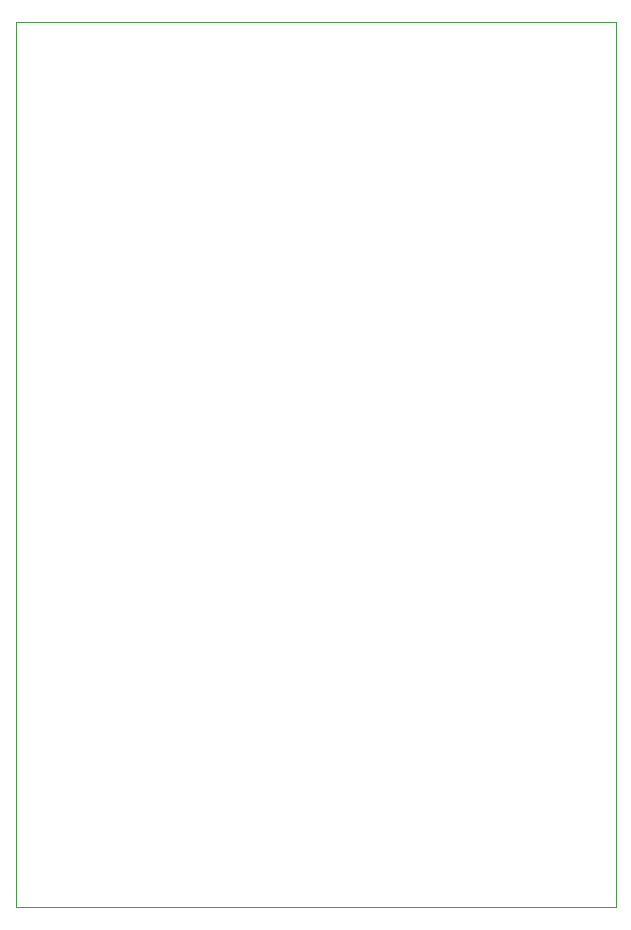
<source format=gbr>
%TF.GenerationSoftware,KiCad,Pcbnew,4.0.7-e2-6376~58~ubuntu16.04.1*%
%TF.CreationDate,2018-01-31T13:04:43+01:00*%
%TF.ProjectId,Tagger_production,5461676765725F70726F64756374696F,rev?*%
%TF.FileFunction,Legend,Bot*%
%FSLAX46Y46*%
G04 Gerber Fmt 4.6, Leading zero omitted, Abs format (unit mm)*
G04 Created by KiCad (PCBNEW 4.0.7-e2-6376~58~ubuntu16.04.1) date Wed Jan 31 13:04:43 2018*
%MOMM*%
%LPD*%
G01*
G04 APERTURE LIST*
%ADD10C,0.100000*%
G04 APERTURE END LIST*
D10*
X105410000Y-63500000D02*
X54610000Y-63500000D01*
X105410000Y-138430000D02*
X105410000Y-63500000D01*
X54610000Y-138430000D02*
X105410000Y-138430000D01*
X54610000Y-138430000D02*
X54610000Y-63500000D01*
M02*

</source>
